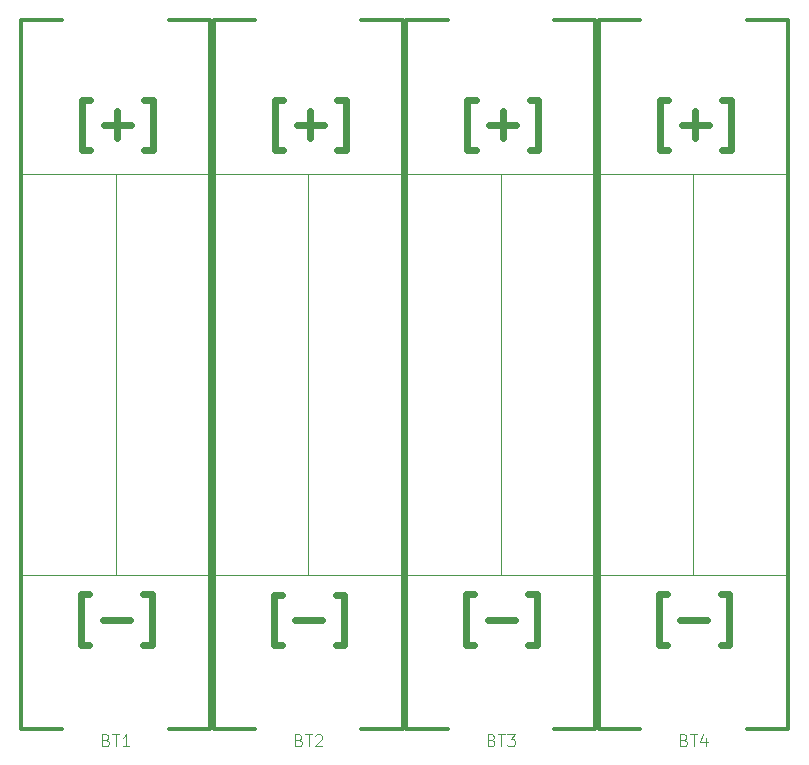
<source format=gbr>
%TF.GenerationSoftware,KiCad,Pcbnew,8.0.6-8.0.6-0~ubuntu24.04.1*%
%TF.CreationDate,2024-11-07T20:30:54+01:00*%
%TF.ProjectId,NIMH-battery-charger,4e494d48-2d62-4617-9474-6572792d6368,rev?*%
%TF.SameCoordinates,Original*%
%TF.FileFunction,Legend,Top*%
%TF.FilePolarity,Positive*%
%FSLAX46Y46*%
G04 Gerber Fmt 4.6, Leading zero omitted, Abs format (unit mm)*
G04 Created by KiCad (PCBNEW 8.0.6-8.0.6-0~ubuntu24.04.1) date 2024-11-07 20:30:54*
%MOMM*%
%LPD*%
G01*
G04 APERTURE LIST*
%ADD10C,0.100000*%
%ADD11C,0.600000*%
%ADD12C,0.300000*%
G04 APERTURE END LIST*
D10*
X128614285Y-118133609D02*
X128757142Y-118181228D01*
X128757142Y-118181228D02*
X128804761Y-118228847D01*
X128804761Y-118228847D02*
X128852380Y-118324085D01*
X128852380Y-118324085D02*
X128852380Y-118466942D01*
X128852380Y-118466942D02*
X128804761Y-118562180D01*
X128804761Y-118562180D02*
X128757142Y-118609800D01*
X128757142Y-118609800D02*
X128661904Y-118657419D01*
X128661904Y-118657419D02*
X128280952Y-118657419D01*
X128280952Y-118657419D02*
X128280952Y-117657419D01*
X128280952Y-117657419D02*
X128614285Y-117657419D01*
X128614285Y-117657419D02*
X128709523Y-117705038D01*
X128709523Y-117705038D02*
X128757142Y-117752657D01*
X128757142Y-117752657D02*
X128804761Y-117847895D01*
X128804761Y-117847895D02*
X128804761Y-117943133D01*
X128804761Y-117943133D02*
X128757142Y-118038371D01*
X128757142Y-118038371D02*
X128709523Y-118085990D01*
X128709523Y-118085990D02*
X128614285Y-118133609D01*
X128614285Y-118133609D02*
X128280952Y-118133609D01*
X129138095Y-117657419D02*
X129709523Y-117657419D01*
X129423809Y-118657419D02*
X129423809Y-117657419D01*
X129995238Y-117752657D02*
X130042857Y-117705038D01*
X130042857Y-117705038D02*
X130138095Y-117657419D01*
X130138095Y-117657419D02*
X130376190Y-117657419D01*
X130376190Y-117657419D02*
X130471428Y-117705038D01*
X130471428Y-117705038D02*
X130519047Y-117752657D01*
X130519047Y-117752657D02*
X130566666Y-117847895D01*
X130566666Y-117847895D02*
X130566666Y-117943133D01*
X130566666Y-117943133D02*
X130519047Y-118085990D01*
X130519047Y-118085990D02*
X129947619Y-118657419D01*
X129947619Y-118657419D02*
X130566666Y-118657419D01*
D11*
X127266164Y-68201657D02*
X126551878Y-68201657D01*
X126551878Y-68201657D02*
X126551878Y-63915942D01*
X126551878Y-63915942D02*
X127266164Y-63915942D01*
X128409021Y-66058800D02*
X130694736Y-66058800D01*
X129551878Y-67201657D02*
X129551878Y-64915942D01*
X131837593Y-68201657D02*
X132551879Y-68201657D01*
X132551879Y-68201657D02*
X132551879Y-63915942D01*
X132551879Y-63915942D02*
X131837593Y-63915942D01*
X127166164Y-110101657D02*
X126451878Y-110101657D01*
X126451878Y-110101657D02*
X126451878Y-105815942D01*
X126451878Y-105815942D02*
X127166164Y-105815942D01*
X128309021Y-107958800D02*
X130594736Y-107958800D01*
X131737593Y-110101657D02*
X132451879Y-110101657D01*
X132451879Y-110101657D02*
X132451879Y-105815942D01*
X132451879Y-105815942D02*
X131737593Y-105815942D01*
D10*
X161214285Y-118128609D02*
X161357142Y-118176228D01*
X161357142Y-118176228D02*
X161404761Y-118223847D01*
X161404761Y-118223847D02*
X161452380Y-118319085D01*
X161452380Y-118319085D02*
X161452380Y-118461942D01*
X161452380Y-118461942D02*
X161404761Y-118557180D01*
X161404761Y-118557180D02*
X161357142Y-118604800D01*
X161357142Y-118604800D02*
X161261904Y-118652419D01*
X161261904Y-118652419D02*
X160880952Y-118652419D01*
X160880952Y-118652419D02*
X160880952Y-117652419D01*
X160880952Y-117652419D02*
X161214285Y-117652419D01*
X161214285Y-117652419D02*
X161309523Y-117700038D01*
X161309523Y-117700038D02*
X161357142Y-117747657D01*
X161357142Y-117747657D02*
X161404761Y-117842895D01*
X161404761Y-117842895D02*
X161404761Y-117938133D01*
X161404761Y-117938133D02*
X161357142Y-118033371D01*
X161357142Y-118033371D02*
X161309523Y-118080990D01*
X161309523Y-118080990D02*
X161214285Y-118128609D01*
X161214285Y-118128609D02*
X160880952Y-118128609D01*
X161738095Y-117652419D02*
X162309523Y-117652419D01*
X162023809Y-118652419D02*
X162023809Y-117652419D01*
X163071428Y-117985752D02*
X163071428Y-118652419D01*
X162833333Y-117604800D02*
X162595238Y-118319085D01*
X162595238Y-118319085D02*
X163214285Y-118319085D01*
D11*
X159866164Y-68196657D02*
X159151878Y-68196657D01*
X159151878Y-68196657D02*
X159151878Y-63910942D01*
X159151878Y-63910942D02*
X159866164Y-63910942D01*
X161009021Y-66053800D02*
X163294736Y-66053800D01*
X162151878Y-67196657D02*
X162151878Y-64910942D01*
X164437593Y-68196657D02*
X165151879Y-68196657D01*
X165151879Y-68196657D02*
X165151879Y-63910942D01*
X165151879Y-63910942D02*
X164437593Y-63910942D01*
X159766164Y-110096657D02*
X159051878Y-110096657D01*
X159051878Y-110096657D02*
X159051878Y-105810942D01*
X159051878Y-105810942D02*
X159766164Y-105810942D01*
X160909021Y-107953800D02*
X163194736Y-107953800D01*
X164337593Y-110096657D02*
X165051879Y-110096657D01*
X165051879Y-110096657D02*
X165051879Y-105810942D01*
X165051879Y-105810942D02*
X164337593Y-105810942D01*
D10*
X144914285Y-118128609D02*
X145057142Y-118176228D01*
X145057142Y-118176228D02*
X145104761Y-118223847D01*
X145104761Y-118223847D02*
X145152380Y-118319085D01*
X145152380Y-118319085D02*
X145152380Y-118461942D01*
X145152380Y-118461942D02*
X145104761Y-118557180D01*
X145104761Y-118557180D02*
X145057142Y-118604800D01*
X145057142Y-118604800D02*
X144961904Y-118652419D01*
X144961904Y-118652419D02*
X144580952Y-118652419D01*
X144580952Y-118652419D02*
X144580952Y-117652419D01*
X144580952Y-117652419D02*
X144914285Y-117652419D01*
X144914285Y-117652419D02*
X145009523Y-117700038D01*
X145009523Y-117700038D02*
X145057142Y-117747657D01*
X145057142Y-117747657D02*
X145104761Y-117842895D01*
X145104761Y-117842895D02*
X145104761Y-117938133D01*
X145104761Y-117938133D02*
X145057142Y-118033371D01*
X145057142Y-118033371D02*
X145009523Y-118080990D01*
X145009523Y-118080990D02*
X144914285Y-118128609D01*
X144914285Y-118128609D02*
X144580952Y-118128609D01*
X145438095Y-117652419D02*
X146009523Y-117652419D01*
X145723809Y-118652419D02*
X145723809Y-117652419D01*
X146247619Y-117652419D02*
X146866666Y-117652419D01*
X146866666Y-117652419D02*
X146533333Y-118033371D01*
X146533333Y-118033371D02*
X146676190Y-118033371D01*
X146676190Y-118033371D02*
X146771428Y-118080990D01*
X146771428Y-118080990D02*
X146819047Y-118128609D01*
X146819047Y-118128609D02*
X146866666Y-118223847D01*
X146866666Y-118223847D02*
X146866666Y-118461942D01*
X146866666Y-118461942D02*
X146819047Y-118557180D01*
X146819047Y-118557180D02*
X146771428Y-118604800D01*
X146771428Y-118604800D02*
X146676190Y-118652419D01*
X146676190Y-118652419D02*
X146390476Y-118652419D01*
X146390476Y-118652419D02*
X146295238Y-118604800D01*
X146295238Y-118604800D02*
X146247619Y-118557180D01*
D11*
X143466164Y-110096657D02*
X142751878Y-110096657D01*
X142751878Y-110096657D02*
X142751878Y-105810942D01*
X142751878Y-105810942D02*
X143466164Y-105810942D01*
X144609021Y-107953800D02*
X146894736Y-107953800D01*
X148037593Y-110096657D02*
X148751879Y-110096657D01*
X148751879Y-110096657D02*
X148751879Y-105810942D01*
X148751879Y-105810942D02*
X148037593Y-105810942D01*
X143566164Y-68196657D02*
X142851878Y-68196657D01*
X142851878Y-68196657D02*
X142851878Y-63910942D01*
X142851878Y-63910942D02*
X143566164Y-63910942D01*
X144709021Y-66053800D02*
X146994736Y-66053800D01*
X145851878Y-67196657D02*
X145851878Y-64910942D01*
X148137593Y-68196657D02*
X148851879Y-68196657D01*
X148851879Y-68196657D02*
X148851879Y-63910942D01*
X148851879Y-63910942D02*
X148137593Y-63910942D01*
D10*
X112289285Y-118128609D02*
X112432142Y-118176228D01*
X112432142Y-118176228D02*
X112479761Y-118223847D01*
X112479761Y-118223847D02*
X112527380Y-118319085D01*
X112527380Y-118319085D02*
X112527380Y-118461942D01*
X112527380Y-118461942D02*
X112479761Y-118557180D01*
X112479761Y-118557180D02*
X112432142Y-118604800D01*
X112432142Y-118604800D02*
X112336904Y-118652419D01*
X112336904Y-118652419D02*
X111955952Y-118652419D01*
X111955952Y-118652419D02*
X111955952Y-117652419D01*
X111955952Y-117652419D02*
X112289285Y-117652419D01*
X112289285Y-117652419D02*
X112384523Y-117700038D01*
X112384523Y-117700038D02*
X112432142Y-117747657D01*
X112432142Y-117747657D02*
X112479761Y-117842895D01*
X112479761Y-117842895D02*
X112479761Y-117938133D01*
X112479761Y-117938133D02*
X112432142Y-118033371D01*
X112432142Y-118033371D02*
X112384523Y-118080990D01*
X112384523Y-118080990D02*
X112289285Y-118128609D01*
X112289285Y-118128609D02*
X111955952Y-118128609D01*
X112813095Y-117652419D02*
X113384523Y-117652419D01*
X113098809Y-118652419D02*
X113098809Y-117652419D01*
X114241666Y-118652419D02*
X113670238Y-118652419D01*
X113955952Y-118652419D02*
X113955952Y-117652419D01*
X113955952Y-117652419D02*
X113860714Y-117795276D01*
X113860714Y-117795276D02*
X113765476Y-117890514D01*
X113765476Y-117890514D02*
X113670238Y-117938133D01*
D11*
X110841164Y-110096657D02*
X110126878Y-110096657D01*
X110126878Y-110096657D02*
X110126878Y-105810942D01*
X110126878Y-105810942D02*
X110841164Y-105810942D01*
X111984021Y-107953800D02*
X114269736Y-107953800D01*
X115412593Y-110096657D02*
X116126879Y-110096657D01*
X116126879Y-110096657D02*
X116126879Y-105810942D01*
X116126879Y-105810942D02*
X115412593Y-105810942D01*
X110941164Y-68196657D02*
X110226878Y-68196657D01*
X110226878Y-68196657D02*
X110226878Y-63910942D01*
X110226878Y-63910942D02*
X110941164Y-63910942D01*
X112084021Y-66053800D02*
X114369736Y-66053800D01*
X113226878Y-67196657D02*
X113226878Y-64910942D01*
X115512593Y-68196657D02*
X116226879Y-68196657D01*
X116226879Y-68196657D02*
X116226879Y-63910942D01*
X116226879Y-63910942D02*
X115512593Y-63910942D01*
D12*
%TO.C,BT2*%
X121400000Y-57200000D02*
X121400000Y-117200000D01*
X121400000Y-57200000D02*
X124900000Y-57200000D01*
X121400000Y-117200000D02*
X124900000Y-117200000D01*
D10*
X129400000Y-70200000D02*
X129400000Y-104200000D01*
D12*
X137400000Y-57200000D02*
X133900000Y-57200000D01*
X137400000Y-57200000D02*
X137400000Y-117200000D01*
D10*
X137400000Y-70200000D02*
X121400000Y-70200000D01*
X137400000Y-104200000D02*
X121400000Y-104200000D01*
D12*
X137400000Y-117200000D02*
X133900000Y-117200000D01*
%TO.C,BT4*%
X154000000Y-57195000D02*
X154000000Y-117195000D01*
X154000000Y-57195000D02*
X157500000Y-57195000D01*
X154000000Y-117195000D02*
X157500000Y-117195000D01*
D10*
X162000000Y-70195000D02*
X162000000Y-104195000D01*
D12*
X170000000Y-57195000D02*
X166500000Y-57195000D01*
X170000000Y-57195000D02*
X170000000Y-117195000D01*
D10*
X170000000Y-70195000D02*
X154000000Y-70195000D01*
X170000000Y-104195000D02*
X154000000Y-104195000D01*
D12*
X170000000Y-117195000D02*
X166500000Y-117195000D01*
%TO.C,BT3*%
X137700000Y-57195000D02*
X137700000Y-117195000D01*
X137700000Y-57195000D02*
X141200000Y-57195000D01*
X137700000Y-117195000D02*
X141200000Y-117195000D01*
D10*
X145700000Y-70195000D02*
X145700000Y-104195000D01*
D12*
X153700000Y-57195000D02*
X150200000Y-57195000D01*
X153700000Y-57195000D02*
X153700000Y-117195000D01*
D10*
X153700000Y-70195000D02*
X137700000Y-70195000D01*
X153700000Y-104195000D02*
X137700000Y-104195000D01*
D12*
X153700000Y-117195000D02*
X150200000Y-117195000D01*
%TO.C,BT1*%
X105075000Y-57195000D02*
X105075000Y-117195000D01*
X105075000Y-57195000D02*
X108575000Y-57195000D01*
X105075000Y-117195000D02*
X108575000Y-117195000D01*
D10*
X113075000Y-70195000D02*
X113075000Y-104195000D01*
D12*
X121075000Y-57195000D02*
X117575000Y-57195000D01*
X121075000Y-57195000D02*
X121075000Y-117195000D01*
D10*
X121075000Y-70195000D02*
X105075000Y-70195000D01*
X121075000Y-104195000D02*
X105075000Y-104195000D01*
D12*
X121075000Y-117195000D02*
X117575000Y-117195000D01*
%TD*%
M02*

</source>
